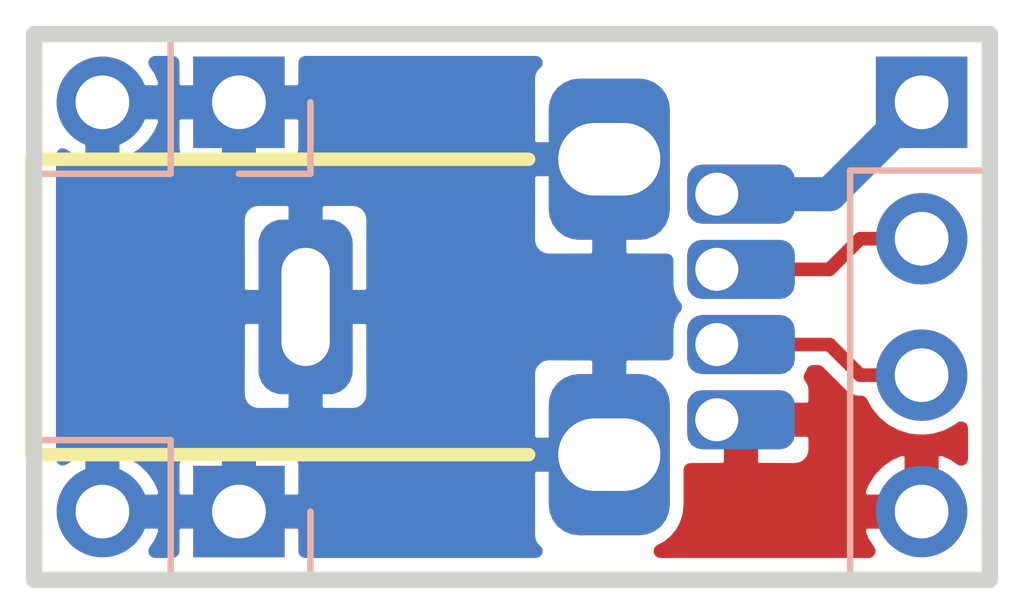
<source format=kicad_pcb>
(kicad_pcb (version 20171130) (host pcbnew "(5.1.4)-1")

  (general
    (thickness 1.6)
    (drawings 4)
    (tracks 8)
    (zones 0)
    (modules 4)
    (nets 6)
  )

  (page A4)
  (layers
    (0 F.Cu signal)
    (31 B.Cu signal)
    (32 B.Adhes user)
    (33 F.Adhes user)
    (34 B.Paste user)
    (35 F.Paste user)
    (36 B.SilkS user)
    (37 F.SilkS user)
    (38 B.Mask user)
    (39 F.Mask user)
    (40 Dwgs.User user)
    (41 Cmts.User user)
    (42 Eco1.User user)
    (43 Eco2.User user)
    (44 Edge.Cuts user)
    (45 Margin user)
    (46 B.CrtYd user)
    (47 F.CrtYd user)
    (48 B.Fab user)
    (49 F.Fab user)
  )

  (setup
    (last_trace_width 0.25)
    (user_trace_width 0.254)
    (user_trace_width 0.635)
    (trace_clearance 0.2)
    (zone_clearance 0.254)
    (zone_45_only no)
    (trace_min 0.127)
    (via_size 0.8)
    (via_drill 0.4)
    (via_min_size 0.635)
    (via_min_drill 0.3)
    (uvia_size 0.3)
    (uvia_drill 0.1)
    (uvias_allowed no)
    (uvia_min_size 0.2)
    (uvia_min_drill 0.1)
    (edge_width 0.05)
    (segment_width 0.2)
    (pcb_text_width 0.3)
    (pcb_text_size 1.5 1.5)
    (mod_edge_width 0.12)
    (mod_text_size 1 1)
    (mod_text_width 0.15)
    (pad_size 1.524 1.524)
    (pad_drill 0.762)
    (pad_to_mask_clearance 0.0508)
    (solder_mask_min_width 0.0508)
    (aux_axis_origin 106.045 63.5)
    (grid_origin 106.045 63.5)
    (visible_elements 7FFFFFFF)
    (pcbplotparams
      (layerselection 0x010fc_ffffffff)
      (usegerberextensions false)
      (usegerberattributes false)
      (usegerberadvancedattributes false)
      (creategerberjobfile false)
      (excludeedgelayer true)
      (linewidth 0.100000)
      (plotframeref false)
      (viasonmask false)
      (mode 1)
      (useauxorigin true)
      (hpglpennumber 1)
      (hpglpenspeed 20)
      (hpglpendiameter 15.000000)
      (psnegative false)
      (psa4output false)
      (plotreference false)
      (plotvalue false)
      (plotinvisibletext false)
      (padsonsilk false)
      (subtractmaskfromsilk true)
      (outputformat 1)
      (mirror false)
      (drillshape 0)
      (scaleselection 1)
      (outputdirectory "USB Adapter Gerbers 3-27-1528/"))
  )

  (net 0 "")
  (net 1 GND)
  (net 2 /D+)
  (net 3 /D-)
  (net 4 /VBUS)
  (net 5 "Net-(J101-Pad5)")

  (net_class Default "This is the default net class."
    (clearance 0.2)
    (trace_width 0.25)
    (via_dia 0.8)
    (via_drill 0.4)
    (uvia_dia 0.3)
    (uvia_drill 0.1)
    (add_net /D+)
    (add_net /D-)
    (add_net /VBUS)
    (add_net GND)
    (add_net "Net-(J101-Pad5)")
  )

  (module Connector_PinHeader_2.54mm:PinHeader_1x04_P2.54mm_Vertical (layer B.Cu) (tedit 59FED5CC) (tstamp 5EAEBC84)
    (at 111.76 59.69 180)
    (descr "Through hole straight pin header, 1x04, 2.54mm pitch, single row")
    (tags "Through hole pin header THT 1x04 2.54mm single row")
    (path /5F4B7095)
    (fp_text reference J104 (at 0 2.33) (layer B.SilkS) hide
      (effects (font (size 1 1) (thickness 0.15)) (justify mirror))
    )
    (fp_text value Conn_01x04 (at 0 -9.95) (layer B.Fab) hide
      (effects (font (size 1 1) (thickness 0.15)) (justify mirror))
    )
    (fp_text user %R (at 0 -3.81 270) (layer B.Fab) hide
      (effects (font (size 1 1) (thickness 0.15)) (justify mirror))
    )
    (fp_line (start 1.8 1.8) (end -1.8 1.8) (layer B.CrtYd) (width 0.05))
    (fp_line (start 1.8 -9.4) (end 1.8 1.8) (layer B.CrtYd) (width 0.05))
    (fp_line (start -1.8 -9.4) (end 1.8 -9.4) (layer B.CrtYd) (width 0.05))
    (fp_line (start -1.8 1.8) (end -1.8 -9.4) (layer B.CrtYd) (width 0.05))
    (fp_line (start -1.33 1.33) (end 0 1.33) (layer B.SilkS) (width 0.12))
    (fp_line (start -1.33 0) (end -1.33 1.33) (layer B.SilkS) (width 0.12))
    (fp_line (start -1.33 -1.27) (end 1.33 -1.27) (layer B.SilkS) (width 0.12))
    (fp_line (start 1.33 -1.27) (end 1.33 -8.95) (layer B.SilkS) (width 0.12))
    (fp_line (start -1.33 -1.27) (end -1.33 -8.95) (layer B.SilkS) (width 0.12))
    (fp_line (start -1.33 -8.95) (end 1.33 -8.95) (layer B.SilkS) (width 0.12))
    (fp_line (start -1.27 0.635) (end -0.635 1.27) (layer B.Fab) (width 0.1))
    (fp_line (start -1.27 -8.89) (end -1.27 0.635) (layer B.Fab) (width 0.1))
    (fp_line (start 1.27 -8.89) (end -1.27 -8.89) (layer B.Fab) (width 0.1))
    (fp_line (start 1.27 1.27) (end 1.27 -8.89) (layer B.Fab) (width 0.1))
    (fp_line (start -0.635 1.27) (end 1.27 1.27) (layer B.Fab) (width 0.1))
    (pad 4 thru_hole oval (at 0 -7.62 180) (size 1.7 1.7) (drill 1) (layers *.Cu *.Mask)
      (net 4 /VBUS))
    (pad 3 thru_hole oval (at 0 -5.08 180) (size 1.7 1.7) (drill 1) (layers *.Cu *.Mask)
      (net 3 /D-))
    (pad 2 thru_hole oval (at 0 -2.54 180) (size 1.7 1.7) (drill 1) (layers *.Cu *.Mask)
      (net 2 /D+))
    (pad 1 thru_hole rect (at 0 0 180) (size 1.7 1.7) (drill 1) (layers *.Cu *.Mask)
      (net 1 GND))
    (model ${KISYS3DMOD}/Connector_PinHeader_2.54mm.3dshapes/PinHeader_1x04_P2.54mm_Vertical.wrl
      (at (xyz 0 0 0))
      (scale (xyz 1 1 1))
      (rotate (xyz 0 0 0))
    )
  )

  (module Connector_PinHeader_2.54mm:PinHeader_1x02_P2.54mm_Vertical (layer B.Cu) (tedit 59FED5CC) (tstamp 5EAEBC6C)
    (at 99.06 67.31 90)
    (descr "Through hole straight pin header, 1x02, 2.54mm pitch, single row")
    (tags "Through hole pin header THT 1x02 2.54mm single row")
    (path /5F4B865B)
    (fp_text reference J103 (at 0 2.33 -90) (layer B.SilkS) hide
      (effects (font (size 1 1) (thickness 0.15)) (justify mirror))
    )
    (fp_text value Conn_01x02 (at 0 -4.87 -90) (layer B.Fab) hide
      (effects (font (size 1 1) (thickness 0.15)) (justify mirror))
    )
    (fp_text user %R (at 0 -1.27) (layer B.Fab) hide
      (effects (font (size 1 1) (thickness 0.15)) (justify mirror))
    )
    (fp_line (start 1.8 1.8) (end -1.8 1.8) (layer B.CrtYd) (width 0.05))
    (fp_line (start 1.8 -4.35) (end 1.8 1.8) (layer B.CrtYd) (width 0.05))
    (fp_line (start -1.8 -4.35) (end 1.8 -4.35) (layer B.CrtYd) (width 0.05))
    (fp_line (start -1.8 1.8) (end -1.8 -4.35) (layer B.CrtYd) (width 0.05))
    (fp_line (start -1.33 1.33) (end 0 1.33) (layer B.SilkS) (width 0.12))
    (fp_line (start -1.33 0) (end -1.33 1.33) (layer B.SilkS) (width 0.12))
    (fp_line (start -1.33 -1.27) (end 1.33 -1.27) (layer B.SilkS) (width 0.12))
    (fp_line (start 1.33 -1.27) (end 1.33 -3.87) (layer B.SilkS) (width 0.12))
    (fp_line (start -1.33 -1.27) (end -1.33 -3.87) (layer B.SilkS) (width 0.12))
    (fp_line (start -1.33 -3.87) (end 1.33 -3.87) (layer B.SilkS) (width 0.12))
    (fp_line (start -1.27 0.635) (end -0.635 1.27) (layer B.Fab) (width 0.1))
    (fp_line (start -1.27 -3.81) (end -1.27 0.635) (layer B.Fab) (width 0.1))
    (fp_line (start 1.27 -3.81) (end -1.27 -3.81) (layer B.Fab) (width 0.1))
    (fp_line (start 1.27 1.27) (end 1.27 -3.81) (layer B.Fab) (width 0.1))
    (fp_line (start -0.635 1.27) (end 1.27 1.27) (layer B.Fab) (width 0.1))
    (pad 2 thru_hole oval (at 0 -2.54 90) (size 1.7 1.7) (drill 1) (layers *.Cu *.Mask)
      (net 5 "Net-(J101-Pad5)"))
    (pad 1 thru_hole rect (at 0 0 90) (size 1.7 1.7) (drill 1) (layers *.Cu *.Mask)
      (net 5 "Net-(J101-Pad5)"))
    (model ${KISYS3DMOD}/Connector_PinHeader_2.54mm.3dshapes/PinHeader_1x02_P2.54mm_Vertical.wrl
      (at (xyz 0 0 0))
      (scale (xyz 1 1 1))
      (rotate (xyz 0 0 0))
    )
  )

  (module Connector_PinHeader_2.54mm:PinHeader_1x02_P2.54mm_Vertical (layer B.Cu) (tedit 59FED5CC) (tstamp 5EAEBC56)
    (at 99.06 59.69 90)
    (descr "Through hole straight pin header, 1x02, 2.54mm pitch, single row")
    (tags "Through hole pin header THT 1x02 2.54mm single row")
    (path /5F4B806C)
    (fp_text reference J102 (at 0 2.33 -90) (layer B.SilkS) hide
      (effects (font (size 1 1) (thickness 0.15)) (justify mirror))
    )
    (fp_text value Conn_01x02 (at 0 -4.87 -90) (layer B.Fab) hide
      (effects (font (size 1 1) (thickness 0.15)) (justify mirror))
    )
    (fp_text user %R (at 0 -1.27) (layer B.Fab) hide
      (effects (font (size 1 1) (thickness 0.15)) (justify mirror))
    )
    (fp_line (start 1.8 1.8) (end -1.8 1.8) (layer B.CrtYd) (width 0.05))
    (fp_line (start 1.8 -4.35) (end 1.8 1.8) (layer B.CrtYd) (width 0.05))
    (fp_line (start -1.8 -4.35) (end 1.8 -4.35) (layer B.CrtYd) (width 0.05))
    (fp_line (start -1.8 1.8) (end -1.8 -4.35) (layer B.CrtYd) (width 0.05))
    (fp_line (start -1.33 1.33) (end 0 1.33) (layer B.SilkS) (width 0.12))
    (fp_line (start -1.33 0) (end -1.33 1.33) (layer B.SilkS) (width 0.12))
    (fp_line (start -1.33 -1.27) (end 1.33 -1.27) (layer B.SilkS) (width 0.12))
    (fp_line (start 1.33 -1.27) (end 1.33 -3.87) (layer B.SilkS) (width 0.12))
    (fp_line (start -1.33 -1.27) (end -1.33 -3.87) (layer B.SilkS) (width 0.12))
    (fp_line (start -1.33 -3.87) (end 1.33 -3.87) (layer B.SilkS) (width 0.12))
    (fp_line (start -1.27 0.635) (end -0.635 1.27) (layer B.Fab) (width 0.1))
    (fp_line (start -1.27 -3.81) (end -1.27 0.635) (layer B.Fab) (width 0.1))
    (fp_line (start 1.27 -3.81) (end -1.27 -3.81) (layer B.Fab) (width 0.1))
    (fp_line (start 1.27 1.27) (end 1.27 -3.81) (layer B.Fab) (width 0.1))
    (fp_line (start -0.635 1.27) (end 1.27 1.27) (layer B.Fab) (width 0.1))
    (pad 2 thru_hole oval (at 0 -2.54 90) (size 1.7 1.7) (drill 1) (layers *.Cu *.Mask)
      (net 5 "Net-(J101-Pad5)"))
    (pad 1 thru_hole rect (at 0 0 90) (size 1.7 1.7) (drill 1) (layers *.Cu *.Mask)
      (net 5 "Net-(J101-Pad5)"))
    (model ${KISYS3DMOD}/Connector_PinHeader_2.54mm.3dshapes/PinHeader_1x02_P2.54mm_Vertical.wrl
      (at (xyz 0 0 0))
      (scale (xyz 1 1 1))
      (rotate (xyz 0 0 0))
    )
  )

  (module Custom-Electromechanical:USB_A_CNC_Tech-1001-008B-01001 (layer F.Cu) (tedit 5E41E323) (tstamp 5EAEBC40)
    (at 107.95 63.5 270)
    (path /5F4B68E0)
    (fp_text reference J101 (at 0 11.75 90) (layer F.SilkS) hide
      (effects (font (size 1 1) (thickness 0.15)))
    )
    (fp_text value USB_A (at 0 -11.43 90) (layer F.Fab) hide
      (effects (font (size 1 1) (thickness 0.15)))
    )
    (fp_line (start 2.75 12.75) (end 2.75 3.5) (layer F.SilkS) (width 0.25))
    (fp_line (start -2.75 12.75) (end 2.75 12.75) (layer F.SilkS) (width 0.25))
    (fp_line (start -2.75 3.5) (end -2.75 12.75) (layer F.SilkS) (width 0.25))
    (pad 5 thru_hole roundrect (at 0 7.65 270) (size 3.25 1.75) (drill oval 2.2 0.9) (layers *.Cu *.Mask) (roundrect_rratio 0.25)
      (net 5 "Net-(J101-Pad5)"))
    (pad 5 thru_hole roundrect (at -2.75 2 270) (size 3 2.25) (drill oval 1.35 1.9) (layers *.Cu *.Mask) (roundrect_rratio 0.25)
      (net 5 "Net-(J101-Pad5)"))
    (pad 5 thru_hole roundrect (at 2.75 2 270) (size 3 2.25) (drill oval 1.35 1.9) (layers *.Cu *.Mask) (roundrect_rratio 0.25)
      (net 5 "Net-(J101-Pad5)"))
    (pad 4 thru_hole roundrect (at -2.1 0 270) (size 1.1 2) (drill 0.8 (offset 0 -0.45)) (layers *.Cu *.Mask) (roundrect_rratio 0.25)
      (net 1 GND))
    (pad 3 thru_hole roundrect (at -0.7 0 270) (size 1.1 2) (drill 0.8 (offset 0 -0.45)) (layers *.Cu *.Mask) (roundrect_rratio 0.25)
      (net 2 /D+))
    (pad 2 thru_hole roundrect (at 0.7 0 270) (size 1.1 2) (drill 0.8 (offset 0 -0.45)) (layers *.Cu *.Mask) (roundrect_rratio 0.25)
      (net 3 /D-))
    (pad 1 thru_hole roundrect (at 2.1 0 270) (size 1.1 2) (drill 0.8 (offset 0 -0.45)) (layers *.Cu *.Mask) (roundrect_rratio 0.25)
      (net 4 /VBUS))
    (model :CUSTOM_3D:CNCTech_1001-004-01010.stp
      (offset (xyz 0 -5.85 7.15))
      (scale (xyz 1 1 1))
      (rotate (xyz 180 90 0))
    )
  )

  (gr_line (start 95.25 68.58) (end 95.25 58.42) (layer Edge.Cuts) (width 0.3048) (tstamp 5EAEC148))
  (gr_line (start 113.03 68.58) (end 95.25 68.58) (layer Edge.Cuts) (width 0.3048))
  (gr_line (start 113.03 58.42) (end 113.03 68.58) (layer Edge.Cuts) (width 0.3048))
  (gr_line (start 95.25 58.42) (end 113.03 58.42) (layer Edge.Cuts) (width 0.3048))

  (segment (start 110.05 61.4) (end 111.76 59.69) (width 0.635) (layer B.Cu) (net 1))
  (segment (start 107.95 61.4) (end 110.05 61.4) (width 0.635) (layer B.Cu) (net 1))
  (segment (start 107.95 62.8) (end 110.047 62.8) (width 0.254) (layer F.Cu) (net 2))
  (segment (start 110.047 62.8) (end 110.617 62.23) (width 0.254) (layer F.Cu) (net 2))
  (segment (start 110.617 62.23) (end 111.76 62.23) (width 0.254) (layer F.Cu) (net 2))
  (segment (start 107.95 64.2) (end 110.047 64.2) (width 0.254) (layer F.Cu) (net 3))
  (segment (start 110.047 64.2) (end 110.617 64.77) (width 0.254) (layer F.Cu) (net 3))
  (segment (start 110.617 64.77) (end 111.76 64.77) (width 0.254) (layer F.Cu) (net 3))

  (zone (net 5) (net_name "Net-(J101-Pad5)") (layer B.Cu) (tstamp 5E7E540D) (hatch edge 0.508)
    (connect_pads (clearance 0.254))
    (min_thickness 0.254)
    (fill yes (arc_segments 32) (thermal_gap 0.254) (thermal_bridge_width 0.635))
    (polygon
      (pts
        (xy 94.615 57.785) (xy 113.665 57.785) (xy 113.665 69.215) (xy 94.615 69.215)
      )
    )
    (filled_polygon
      (pts
        (xy 97.829 59.40425) (xy 97.92425 59.4995) (xy 98.8695 59.4995) (xy 98.8695 59.4795) (xy 99.2505 59.4795)
        (xy 99.2505 59.4995) (xy 100.19575 59.4995) (xy 100.291 59.40425) (xy 100.292473 58.9534) (xy 104.585835 58.9534)
        (xy 104.554289 58.979289) (xy 104.506678 59.037304) (xy 104.471299 59.103492) (xy 104.449513 59.175311) (xy 104.442157 59.25)
        (xy 104.444 60.46425) (xy 104.53925 60.5595) (xy 105.7595 60.5595) (xy 105.7595 60.5395) (xy 106.1405 60.5395)
        (xy 106.1405 60.5595) (xy 106.1605 60.5595) (xy 106.1605 60.9405) (xy 106.1405 60.9405) (xy 106.1405 62.53575)
        (xy 106.23575 62.631) (xy 107.017157 62.632716) (xy 107.017157 63.075) (xy 107.029797 63.203339) (xy 107.067232 63.326746)
        (xy 107.128024 63.440478) (xy 107.176872 63.5) (xy 107.128024 63.559522) (xy 107.067232 63.673254) (xy 107.029797 63.796661)
        (xy 107.017157 63.925) (xy 107.017157 64.367284) (xy 106.23575 64.369) (xy 106.1405 64.46425) (xy 106.1405 66.0595)
        (xy 106.1605 66.0595) (xy 106.1605 66.4405) (xy 106.1405 66.4405) (xy 106.1405 66.4605) (xy 105.7595 66.4605)
        (xy 105.7595 66.4405) (xy 104.53925 66.4405) (xy 104.444 66.53575) (xy 104.442157 67.75) (xy 104.449513 67.824689)
        (xy 104.471299 67.896508) (xy 104.506678 67.962696) (xy 104.554289 68.020711) (xy 104.585835 68.0466) (xy 100.292473 68.0466)
        (xy 100.291 67.59575) (xy 100.19575 67.5005) (xy 99.2505 67.5005) (xy 99.2505 67.5205) (xy 98.8695 67.5205)
        (xy 98.8695 67.5005) (xy 97.92425 67.5005) (xy 97.829 67.59575) (xy 97.827527 68.0466) (xy 97.499982 68.0466)
        (xy 97.595073 67.909666) (xy 97.691405 67.688407) (xy 97.640929 67.5005) (xy 96.7105 67.5005) (xy 96.7105 67.5205)
        (xy 96.3295 67.5205) (xy 96.3295 67.5005) (xy 96.3095 67.5005) (xy 96.3095 67.1195) (xy 96.3295 67.1195)
        (xy 96.3295 66.19034) (xy 96.7105 66.19034) (xy 96.7105 67.1195) (xy 97.640929 67.1195) (xy 97.691405 66.931593)
        (xy 97.595073 66.710334) (xy 97.457427 66.51212) (xy 97.403404 66.46) (xy 97.827157 66.46) (xy 97.829 67.02425)
        (xy 97.92425 67.1195) (xy 98.8695 67.1195) (xy 98.8695 66.17425) (xy 99.2505 66.17425) (xy 99.2505 67.1195)
        (xy 100.19575 67.1195) (xy 100.291 67.02425) (xy 100.292843 66.46) (xy 100.285487 66.385311) (xy 100.263701 66.313492)
        (xy 100.228322 66.247304) (xy 100.180711 66.189289) (xy 100.122696 66.141678) (xy 100.056508 66.106299) (xy 99.984689 66.084513)
        (xy 99.91 66.077157) (xy 99.34575 66.079) (xy 99.2505 66.17425) (xy 98.8695 66.17425) (xy 98.77425 66.079)
        (xy 98.21 66.077157) (xy 98.135311 66.084513) (xy 98.063492 66.106299) (xy 97.997304 66.141678) (xy 97.939289 66.189289)
        (xy 97.891678 66.247304) (xy 97.856299 66.313492) (xy 97.834513 66.385311) (xy 97.827157 66.46) (xy 97.403404 66.46)
        (xy 97.283756 66.344568) (xy 97.080734 66.214117) (xy 96.898406 66.138603) (xy 96.7105 66.19034) (xy 96.3295 66.19034)
        (xy 96.141594 66.138603) (xy 95.959266 66.214117) (xy 95.7834 66.327119) (xy 95.7834 65.125) (xy 99.042157 65.125)
        (xy 99.049513 65.199689) (xy 99.071299 65.271508) (xy 99.106678 65.337696) (xy 99.154289 65.395711) (xy 99.212304 65.443322)
        (xy 99.278492 65.478701) (xy 99.350311 65.500487) (xy 99.425 65.507843) (xy 100.01425 65.506) (xy 100.1095 65.41075)
        (xy 100.1095 63.6905) (xy 100.4905 63.6905) (xy 100.4905 65.41075) (xy 100.58575 65.506) (xy 101.175 65.507843)
        (xy 101.249689 65.500487) (xy 101.321508 65.478701) (xy 101.387696 65.443322) (xy 101.445711 65.395711) (xy 101.493322 65.337696)
        (xy 101.528701 65.271508) (xy 101.550487 65.199689) (xy 101.557843 65.125) (xy 101.557327 64.75) (xy 104.442157 64.75)
        (xy 104.444 65.96425) (xy 104.53925 66.0595) (xy 105.7595 66.0595) (xy 105.7595 64.46425) (xy 105.66425 64.369)
        (xy 104.825 64.367157) (xy 104.750311 64.374513) (xy 104.678492 64.396299) (xy 104.612304 64.431678) (xy 104.554289 64.479289)
        (xy 104.506678 64.537304) (xy 104.471299 64.603492) (xy 104.449513 64.675311) (xy 104.442157 64.75) (xy 101.557327 64.75)
        (xy 101.556 63.78575) (xy 101.46075 63.6905) (xy 100.4905 63.6905) (xy 100.1095 63.6905) (xy 99.13925 63.6905)
        (xy 99.044 63.78575) (xy 99.042157 65.125) (xy 95.7834 65.125) (xy 95.7834 61.875) (xy 99.042157 61.875)
        (xy 99.044 63.21425) (xy 99.13925 63.3095) (xy 100.1095 63.3095) (xy 100.1095 61.58925) (xy 100.4905 61.58925)
        (xy 100.4905 63.3095) (xy 101.46075 63.3095) (xy 101.556 63.21425) (xy 101.557326 62.25) (xy 104.442157 62.25)
        (xy 104.449513 62.324689) (xy 104.471299 62.396508) (xy 104.506678 62.462696) (xy 104.554289 62.520711) (xy 104.612304 62.568322)
        (xy 104.678492 62.603701) (xy 104.750311 62.625487) (xy 104.825 62.632843) (xy 105.66425 62.631) (xy 105.7595 62.53575)
        (xy 105.7595 60.9405) (xy 104.53925 60.9405) (xy 104.444 61.03575) (xy 104.442157 62.25) (xy 101.557326 62.25)
        (xy 101.557843 61.875) (xy 101.550487 61.800311) (xy 101.528701 61.728492) (xy 101.493322 61.662304) (xy 101.445711 61.604289)
        (xy 101.387696 61.556678) (xy 101.321508 61.521299) (xy 101.249689 61.499513) (xy 101.175 61.492157) (xy 100.58575 61.494)
        (xy 100.4905 61.58925) (xy 100.1095 61.58925) (xy 100.01425 61.494) (xy 99.425 61.492157) (xy 99.350311 61.499513)
        (xy 99.278492 61.521299) (xy 99.212304 61.556678) (xy 99.154289 61.604289) (xy 99.106678 61.662304) (xy 99.071299 61.728492)
        (xy 99.049513 61.800311) (xy 99.042157 61.875) (xy 95.7834 61.875) (xy 95.7834 60.672881) (xy 95.959266 60.785883)
        (xy 96.141594 60.861397) (xy 96.3295 60.80966) (xy 96.3295 59.8805) (xy 96.7105 59.8805) (xy 96.7105 60.80966)
        (xy 96.898406 60.861397) (xy 97.080734 60.785883) (xy 97.283756 60.655432) (xy 97.403403 60.54) (xy 97.827157 60.54)
        (xy 97.834513 60.614689) (xy 97.856299 60.686508) (xy 97.891678 60.752696) (xy 97.939289 60.810711) (xy 97.997304 60.858322)
        (xy 98.063492 60.893701) (xy 98.135311 60.915487) (xy 98.21 60.922843) (xy 98.77425 60.921) (xy 98.8695 60.82575)
        (xy 98.8695 59.8805) (xy 99.2505 59.8805) (xy 99.2505 60.82575) (xy 99.34575 60.921) (xy 99.91 60.922843)
        (xy 99.984689 60.915487) (xy 100.056508 60.893701) (xy 100.122696 60.858322) (xy 100.180711 60.810711) (xy 100.228322 60.752696)
        (xy 100.263701 60.686508) (xy 100.285487 60.614689) (xy 100.292843 60.54) (xy 100.291 59.97575) (xy 100.19575 59.8805)
        (xy 99.2505 59.8805) (xy 98.8695 59.8805) (xy 97.92425 59.8805) (xy 97.829 59.97575) (xy 97.827157 60.54)
        (xy 97.403403 60.54) (xy 97.457427 60.48788) (xy 97.595073 60.289666) (xy 97.691405 60.068407) (xy 97.640929 59.8805)
        (xy 96.7105 59.8805) (xy 96.3295 59.8805) (xy 96.3095 59.8805) (xy 96.3095 59.4995) (xy 96.3295 59.4995)
        (xy 96.3295 59.4795) (xy 96.7105 59.4795) (xy 96.7105 59.4995) (xy 97.640929 59.4995) (xy 97.691405 59.311593)
        (xy 97.595073 59.090334) (xy 97.499982 58.9534) (xy 97.827527 58.9534)
      )
    )
  )
  (zone (net 4) (net_name /VBUS) (layer F.Cu) (tstamp 5E7E540A) (hatch edge 0.508)
    (connect_pads (clearance 0.254))
    (min_thickness 0.254)
    (fill yes (arc_segments 32) (thermal_gap 0.254) (thermal_bridge_width 0.635))
    (polygon
      (pts
        (xy 94.615 57.785) (xy 113.665 57.785) (xy 113.665 69.215) (xy 94.615 69.215)
      )
    )
    (filled_polygon
      (pts
        (xy 110.240145 65.111565) (xy 110.256052 65.130948) (xy 110.333405 65.194429) (xy 110.421657 65.241601) (xy 110.517415 65.270649)
        (xy 110.592053 65.278) (xy 110.592056 65.278) (xy 110.617 65.280457) (xy 110.636027 65.278583) (xy 110.731509 65.457216)
        (xy 110.88534 65.64466) (xy 111.072784 65.798491) (xy 111.286637 65.912798) (xy 111.518682 65.983188) (xy 111.699528 66.001)
        (xy 111.820472 66.001) (xy 112.001318 65.983188) (xy 112.233363 65.912798) (xy 112.447216 65.798491) (xy 112.496601 65.757962)
        (xy 112.496601 66.330019) (xy 112.359666 66.234927) (xy 112.138407 66.138595) (xy 111.9505 66.189071) (xy 111.9505 67.1195)
        (xy 111.9705 67.1195) (xy 111.9705 67.5005) (xy 111.9505 67.5005) (xy 111.9505 67.5205) (xy 111.5695 67.5205)
        (xy 111.5695 67.5005) (xy 110.64034 67.5005) (xy 110.588603 67.688406) (xy 110.664117 67.870734) (xy 110.777119 68.0466)
        (xy 106.900989 68.0466) (xy 107.037704 67.973524) (xy 107.180958 67.855958) (xy 107.298524 67.712704) (xy 107.385883 67.549267)
        (xy 107.439678 67.371927) (xy 107.457843 67.1875) (xy 107.457843 66.931594) (xy 110.588603 66.931594) (xy 110.64034 67.1195)
        (xy 111.5695 67.1195) (xy 111.5695 66.189071) (xy 111.381593 66.138595) (xy 111.160334 66.234927) (xy 110.96212 66.372573)
        (xy 110.794568 66.546244) (xy 110.664117 66.749266) (xy 110.588603 66.931594) (xy 107.457843 66.931594) (xy 107.457843 66.532694)
        (xy 108.11425 66.531) (xy 108.2095 66.43575) (xy 108.2095 65.7905) (xy 108.5905 65.7905) (xy 108.5905 66.43575)
        (xy 108.68575 66.531) (xy 109.4 66.532843) (xy 109.474689 66.525487) (xy 109.546508 66.503701) (xy 109.612696 66.468322)
        (xy 109.670711 66.420711) (xy 109.718322 66.362696) (xy 109.753701 66.296508) (xy 109.775487 66.224689) (xy 109.782843 66.15)
        (xy 109.781 65.88575) (xy 109.68575 65.7905) (xy 108.5905 65.7905) (xy 108.2095 65.7905) (xy 108.1895 65.7905)
        (xy 108.1895 65.4095) (xy 108.2095 65.4095) (xy 108.2095 65.3895) (xy 108.5905 65.3895) (xy 108.5905 65.4095)
        (xy 109.68575 65.4095) (xy 109.781 65.31425) (xy 109.782843 65.05) (xy 109.775487 64.975311) (xy 109.753701 64.903492)
        (xy 109.718322 64.837304) (xy 109.691283 64.804357) (xy 109.732768 64.726746) (xy 109.738455 64.708) (xy 109.83658 64.708)
      )
    )
  )
)

</source>
